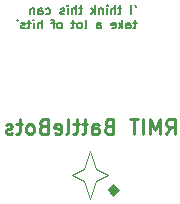
<source format=gbr>
%TF.GenerationSoftware,KiCad,Pcbnew,9.0.3*%
%TF.CreationDate,2025-08-07T15:10:49+10:00*%
%TF.ProjectId,motorMount,6d6f746f-724d-46f7-956e-742e6b696361,rev?*%
%TF.SameCoordinates,Original*%
%TF.FileFunction,Legend,Bot*%
%TF.FilePolarity,Positive*%
%FSLAX46Y46*%
G04 Gerber Fmt 4.6, Leading zero omitted, Abs format (unit mm)*
G04 Created by KiCad (PCBNEW 9.0.3) date 2025-08-07 15:10:49*
%MOMM*%
%LPD*%
G01*
G04 APERTURE LIST*
%ADD10C,0.250000*%
%ADD11C,0.100000*%
%ADD12C,0.150000*%
G04 APERTURE END LIST*
D10*
X154823622Y-101334023D02*
X155240288Y-100738785D01*
X155537907Y-101334023D02*
X155537907Y-100084023D01*
X155537907Y-100084023D02*
X155061717Y-100084023D01*
X155061717Y-100084023D02*
X154942669Y-100143547D01*
X154942669Y-100143547D02*
X154883146Y-100203071D01*
X154883146Y-100203071D02*
X154823622Y-100322119D01*
X154823622Y-100322119D02*
X154823622Y-100500690D01*
X154823622Y-100500690D02*
X154883146Y-100619738D01*
X154883146Y-100619738D02*
X154942669Y-100679261D01*
X154942669Y-100679261D02*
X155061717Y-100738785D01*
X155061717Y-100738785D02*
X155537907Y-100738785D01*
X154287907Y-101334023D02*
X154287907Y-100084023D01*
X154287907Y-100084023D02*
X153871241Y-100976880D01*
X153871241Y-100976880D02*
X153454574Y-100084023D01*
X153454574Y-100084023D02*
X153454574Y-101334023D01*
X152859336Y-101334023D02*
X152859336Y-100084023D01*
X152442670Y-100084023D02*
X151728384Y-100084023D01*
X152085527Y-101334023D02*
X152085527Y-100084023D01*
X149942670Y-100679261D02*
X149764098Y-100738785D01*
X149764098Y-100738785D02*
X149704575Y-100798309D01*
X149704575Y-100798309D02*
X149645051Y-100917357D01*
X149645051Y-100917357D02*
X149645051Y-101095928D01*
X149645051Y-101095928D02*
X149704575Y-101214976D01*
X149704575Y-101214976D02*
X149764098Y-101274500D01*
X149764098Y-101274500D02*
X149883146Y-101334023D01*
X149883146Y-101334023D02*
X150359336Y-101334023D01*
X150359336Y-101334023D02*
X150359336Y-100084023D01*
X150359336Y-100084023D02*
X149942670Y-100084023D01*
X149942670Y-100084023D02*
X149823622Y-100143547D01*
X149823622Y-100143547D02*
X149764098Y-100203071D01*
X149764098Y-100203071D02*
X149704575Y-100322119D01*
X149704575Y-100322119D02*
X149704575Y-100441166D01*
X149704575Y-100441166D02*
X149764098Y-100560214D01*
X149764098Y-100560214D02*
X149823622Y-100619738D01*
X149823622Y-100619738D02*
X149942670Y-100679261D01*
X149942670Y-100679261D02*
X150359336Y-100679261D01*
X148573622Y-101334023D02*
X148573622Y-100679261D01*
X148573622Y-100679261D02*
X148633146Y-100560214D01*
X148633146Y-100560214D02*
X148752194Y-100500690D01*
X148752194Y-100500690D02*
X148990289Y-100500690D01*
X148990289Y-100500690D02*
X149109336Y-100560214D01*
X148573622Y-101274500D02*
X148692670Y-101334023D01*
X148692670Y-101334023D02*
X148990289Y-101334023D01*
X148990289Y-101334023D02*
X149109336Y-101274500D01*
X149109336Y-101274500D02*
X149168860Y-101155452D01*
X149168860Y-101155452D02*
X149168860Y-101036404D01*
X149168860Y-101036404D02*
X149109336Y-100917357D01*
X149109336Y-100917357D02*
X148990289Y-100857833D01*
X148990289Y-100857833D02*
X148692670Y-100857833D01*
X148692670Y-100857833D02*
X148573622Y-100798309D01*
X148156956Y-100500690D02*
X147680765Y-100500690D01*
X147978384Y-100084023D02*
X147978384Y-101155452D01*
X147978384Y-101155452D02*
X147918861Y-101274500D01*
X147918861Y-101274500D02*
X147799813Y-101334023D01*
X147799813Y-101334023D02*
X147680765Y-101334023D01*
X147442670Y-100500690D02*
X146966479Y-100500690D01*
X147264098Y-100084023D02*
X147264098Y-101155452D01*
X147264098Y-101155452D02*
X147204575Y-101274500D01*
X147204575Y-101274500D02*
X147085527Y-101334023D01*
X147085527Y-101334023D02*
X146966479Y-101334023D01*
X146371241Y-101334023D02*
X146490289Y-101274500D01*
X146490289Y-101274500D02*
X146549812Y-101155452D01*
X146549812Y-101155452D02*
X146549812Y-100084023D01*
X145418860Y-101274500D02*
X145537908Y-101334023D01*
X145537908Y-101334023D02*
X145776003Y-101334023D01*
X145776003Y-101334023D02*
X145895050Y-101274500D01*
X145895050Y-101274500D02*
X145954574Y-101155452D01*
X145954574Y-101155452D02*
X145954574Y-100679261D01*
X145954574Y-100679261D02*
X145895050Y-100560214D01*
X145895050Y-100560214D02*
X145776003Y-100500690D01*
X145776003Y-100500690D02*
X145537908Y-100500690D01*
X145537908Y-100500690D02*
X145418860Y-100560214D01*
X145418860Y-100560214D02*
X145359336Y-100679261D01*
X145359336Y-100679261D02*
X145359336Y-100798309D01*
X145359336Y-100798309D02*
X145954574Y-100917357D01*
X144406955Y-100679261D02*
X144228383Y-100738785D01*
X144228383Y-100738785D02*
X144168860Y-100798309D01*
X144168860Y-100798309D02*
X144109336Y-100917357D01*
X144109336Y-100917357D02*
X144109336Y-101095928D01*
X144109336Y-101095928D02*
X144168860Y-101214976D01*
X144168860Y-101214976D02*
X144228383Y-101274500D01*
X144228383Y-101274500D02*
X144347431Y-101334023D01*
X144347431Y-101334023D02*
X144823621Y-101334023D01*
X144823621Y-101334023D02*
X144823621Y-100084023D01*
X144823621Y-100084023D02*
X144406955Y-100084023D01*
X144406955Y-100084023D02*
X144287907Y-100143547D01*
X144287907Y-100143547D02*
X144228383Y-100203071D01*
X144228383Y-100203071D02*
X144168860Y-100322119D01*
X144168860Y-100322119D02*
X144168860Y-100441166D01*
X144168860Y-100441166D02*
X144228383Y-100560214D01*
X144228383Y-100560214D02*
X144287907Y-100619738D01*
X144287907Y-100619738D02*
X144406955Y-100679261D01*
X144406955Y-100679261D02*
X144823621Y-100679261D01*
X143395050Y-101334023D02*
X143514098Y-101274500D01*
X143514098Y-101274500D02*
X143573621Y-101214976D01*
X143573621Y-101214976D02*
X143633145Y-101095928D01*
X143633145Y-101095928D02*
X143633145Y-100738785D01*
X143633145Y-100738785D02*
X143573621Y-100619738D01*
X143573621Y-100619738D02*
X143514098Y-100560214D01*
X143514098Y-100560214D02*
X143395050Y-100500690D01*
X143395050Y-100500690D02*
X143216479Y-100500690D01*
X143216479Y-100500690D02*
X143097431Y-100560214D01*
X143097431Y-100560214D02*
X143037907Y-100619738D01*
X143037907Y-100619738D02*
X142978383Y-100738785D01*
X142978383Y-100738785D02*
X142978383Y-101095928D01*
X142978383Y-101095928D02*
X143037907Y-101214976D01*
X143037907Y-101214976D02*
X143097431Y-101274500D01*
X143097431Y-101274500D02*
X143216479Y-101334023D01*
X143216479Y-101334023D02*
X143395050Y-101334023D01*
X142621241Y-100500690D02*
X142145050Y-100500690D01*
X142442669Y-100084023D02*
X142442669Y-101155452D01*
X142442669Y-101155452D02*
X142383146Y-101274500D01*
X142383146Y-101274500D02*
X142264098Y-101334023D01*
X142264098Y-101334023D02*
X142145050Y-101334023D01*
X141787907Y-101274500D02*
X141668860Y-101334023D01*
X141668860Y-101334023D02*
X141430764Y-101334023D01*
X141430764Y-101334023D02*
X141311717Y-101274500D01*
X141311717Y-101274500D02*
X141252193Y-101155452D01*
X141252193Y-101155452D02*
X141252193Y-101095928D01*
X141252193Y-101095928D02*
X141311717Y-100976880D01*
X141311717Y-100976880D02*
X141430764Y-100917357D01*
X141430764Y-100917357D02*
X141609336Y-100917357D01*
X141609336Y-100917357D02*
X141728383Y-100857833D01*
X141728383Y-100857833D02*
X141787907Y-100738785D01*
X141787907Y-100738785D02*
X141787907Y-100679261D01*
X141787907Y-100679261D02*
X141728383Y-100560214D01*
X141728383Y-100560214D02*
X141609336Y-100500690D01*
X141609336Y-100500690D02*
X141430764Y-100500690D01*
X141430764Y-100500690D02*
X141311717Y-100560214D01*
D11*
X146867605Y-104802840D02*
X147867605Y-104302840D01*
X150867605Y-106052840D02*
X150367605Y-106552840D01*
X149867605Y-106052840D01*
X150367605Y-105552840D01*
X150867605Y-106052840D01*
G36*
X150867605Y-106052840D02*
G01*
X150367605Y-106552840D01*
X149867605Y-106052840D01*
X150367605Y-105552840D01*
X150867605Y-106052840D01*
G37*
X148367605Y-106802840D02*
X147867605Y-105302840D01*
X148867605Y-104302840D02*
X149867605Y-104802840D01*
X147867605Y-105302840D02*
X146867605Y-104802840D01*
X147867605Y-104302840D02*
X148367605Y-102802840D01*
X149867605Y-104802840D02*
X148867605Y-105302840D01*
X148367605Y-102802840D02*
X148867605Y-104302840D01*
X148867605Y-105302840D02*
X148367605Y-106802840D01*
D12*
X152187030Y-90442956D02*
X152258458Y-90585813D01*
X151865601Y-91192956D02*
X151865601Y-90442956D01*
X151044172Y-90692956D02*
X150758458Y-90692956D01*
X150937029Y-90442956D02*
X150937029Y-91085813D01*
X150937029Y-91085813D02*
X150901315Y-91157242D01*
X150901315Y-91157242D02*
X150829886Y-91192956D01*
X150829886Y-91192956D02*
X150758458Y-91192956D01*
X150508458Y-91192956D02*
X150508458Y-90442956D01*
X150187030Y-91192956D02*
X150187030Y-90800099D01*
X150187030Y-90800099D02*
X150222744Y-90728670D01*
X150222744Y-90728670D02*
X150294172Y-90692956D01*
X150294172Y-90692956D02*
X150401315Y-90692956D01*
X150401315Y-90692956D02*
X150472744Y-90728670D01*
X150472744Y-90728670D02*
X150508458Y-90764384D01*
X149829887Y-91192956D02*
X149829887Y-90692956D01*
X149829887Y-90442956D02*
X149865601Y-90478670D01*
X149865601Y-90478670D02*
X149829887Y-90514384D01*
X149829887Y-90514384D02*
X149794173Y-90478670D01*
X149794173Y-90478670D02*
X149829887Y-90442956D01*
X149829887Y-90442956D02*
X149829887Y-90514384D01*
X149472744Y-90692956D02*
X149472744Y-91192956D01*
X149472744Y-90764384D02*
X149437030Y-90728670D01*
X149437030Y-90728670D02*
X149365601Y-90692956D01*
X149365601Y-90692956D02*
X149258458Y-90692956D01*
X149258458Y-90692956D02*
X149187030Y-90728670D01*
X149187030Y-90728670D02*
X149151316Y-90800099D01*
X149151316Y-90800099D02*
X149151316Y-91192956D01*
X148794173Y-91192956D02*
X148794173Y-90442956D01*
X148722745Y-90907242D02*
X148508459Y-91192956D01*
X148508459Y-90692956D02*
X148794173Y-90978670D01*
X147722744Y-90692956D02*
X147437030Y-90692956D01*
X147615601Y-90442956D02*
X147615601Y-91085813D01*
X147615601Y-91085813D02*
X147579887Y-91157242D01*
X147579887Y-91157242D02*
X147508458Y-91192956D01*
X147508458Y-91192956D02*
X147437030Y-91192956D01*
X147187030Y-91192956D02*
X147187030Y-90442956D01*
X146865602Y-91192956D02*
X146865602Y-90800099D01*
X146865602Y-90800099D02*
X146901316Y-90728670D01*
X146901316Y-90728670D02*
X146972744Y-90692956D01*
X146972744Y-90692956D02*
X147079887Y-90692956D01*
X147079887Y-90692956D02*
X147151316Y-90728670D01*
X147151316Y-90728670D02*
X147187030Y-90764384D01*
X146508459Y-91192956D02*
X146508459Y-90692956D01*
X146508459Y-90442956D02*
X146544173Y-90478670D01*
X146544173Y-90478670D02*
X146508459Y-90514384D01*
X146508459Y-90514384D02*
X146472745Y-90478670D01*
X146472745Y-90478670D02*
X146508459Y-90442956D01*
X146508459Y-90442956D02*
X146508459Y-90514384D01*
X146187030Y-91157242D02*
X146115602Y-91192956D01*
X146115602Y-91192956D02*
X145972745Y-91192956D01*
X145972745Y-91192956D02*
X145901316Y-91157242D01*
X145901316Y-91157242D02*
X145865602Y-91085813D01*
X145865602Y-91085813D02*
X145865602Y-91050099D01*
X145865602Y-91050099D02*
X145901316Y-90978670D01*
X145901316Y-90978670D02*
X145972745Y-90942956D01*
X145972745Y-90942956D02*
X146079888Y-90942956D01*
X146079888Y-90942956D02*
X146151316Y-90907242D01*
X146151316Y-90907242D02*
X146187030Y-90835813D01*
X146187030Y-90835813D02*
X146187030Y-90800099D01*
X146187030Y-90800099D02*
X146151316Y-90728670D01*
X146151316Y-90728670D02*
X146079888Y-90692956D01*
X146079888Y-90692956D02*
X145972745Y-90692956D01*
X145972745Y-90692956D02*
X145901316Y-90728670D01*
X144651316Y-91157242D02*
X144722744Y-91192956D01*
X144722744Y-91192956D02*
X144865601Y-91192956D01*
X144865601Y-91192956D02*
X144937030Y-91157242D01*
X144937030Y-91157242D02*
X144972744Y-91121527D01*
X144972744Y-91121527D02*
X145008458Y-91050099D01*
X145008458Y-91050099D02*
X145008458Y-90835813D01*
X145008458Y-90835813D02*
X144972744Y-90764384D01*
X144972744Y-90764384D02*
X144937030Y-90728670D01*
X144937030Y-90728670D02*
X144865601Y-90692956D01*
X144865601Y-90692956D02*
X144722744Y-90692956D01*
X144722744Y-90692956D02*
X144651316Y-90728670D01*
X144008459Y-91192956D02*
X144008459Y-90800099D01*
X144008459Y-90800099D02*
X144044173Y-90728670D01*
X144044173Y-90728670D02*
X144115601Y-90692956D01*
X144115601Y-90692956D02*
X144258459Y-90692956D01*
X144258459Y-90692956D02*
X144329887Y-90728670D01*
X144008459Y-91157242D02*
X144079887Y-91192956D01*
X144079887Y-91192956D02*
X144258459Y-91192956D01*
X144258459Y-91192956D02*
X144329887Y-91157242D01*
X144329887Y-91157242D02*
X144365601Y-91085813D01*
X144365601Y-91085813D02*
X144365601Y-91014384D01*
X144365601Y-91014384D02*
X144329887Y-90942956D01*
X144329887Y-90942956D02*
X144258459Y-90907242D01*
X144258459Y-90907242D02*
X144079887Y-90907242D01*
X144079887Y-90907242D02*
X144008459Y-90871527D01*
X143651316Y-90692956D02*
X143651316Y-91192956D01*
X143651316Y-90764384D02*
X143615602Y-90728670D01*
X143615602Y-90728670D02*
X143544173Y-90692956D01*
X143544173Y-90692956D02*
X143437030Y-90692956D01*
X143437030Y-90692956D02*
X143365602Y-90728670D01*
X143365602Y-90728670D02*
X143329888Y-90800099D01*
X143329888Y-90800099D02*
X143329888Y-91192956D01*
X152329887Y-91900414D02*
X152044173Y-91900414D01*
X152222744Y-91650414D02*
X152222744Y-92293271D01*
X152222744Y-92293271D02*
X152187030Y-92364700D01*
X152187030Y-92364700D02*
X152115601Y-92400414D01*
X152115601Y-92400414D02*
X152044173Y-92400414D01*
X151472745Y-92400414D02*
X151472745Y-92007557D01*
X151472745Y-92007557D02*
X151508459Y-91936128D01*
X151508459Y-91936128D02*
X151579887Y-91900414D01*
X151579887Y-91900414D02*
X151722745Y-91900414D01*
X151722745Y-91900414D02*
X151794173Y-91936128D01*
X151472745Y-92364700D02*
X151544173Y-92400414D01*
X151544173Y-92400414D02*
X151722745Y-92400414D01*
X151722745Y-92400414D02*
X151794173Y-92364700D01*
X151794173Y-92364700D02*
X151829887Y-92293271D01*
X151829887Y-92293271D02*
X151829887Y-92221842D01*
X151829887Y-92221842D02*
X151794173Y-92150414D01*
X151794173Y-92150414D02*
X151722745Y-92114700D01*
X151722745Y-92114700D02*
X151544173Y-92114700D01*
X151544173Y-92114700D02*
X151472745Y-92078985D01*
X151115602Y-92400414D02*
X151115602Y-91650414D01*
X151044174Y-92114700D02*
X150829888Y-92400414D01*
X150829888Y-91900414D02*
X151115602Y-92186128D01*
X150222745Y-92364700D02*
X150294173Y-92400414D01*
X150294173Y-92400414D02*
X150437031Y-92400414D01*
X150437031Y-92400414D02*
X150508459Y-92364700D01*
X150508459Y-92364700D02*
X150544173Y-92293271D01*
X150544173Y-92293271D02*
X150544173Y-92007557D01*
X150544173Y-92007557D02*
X150508459Y-91936128D01*
X150508459Y-91936128D02*
X150437031Y-91900414D01*
X150437031Y-91900414D02*
X150294173Y-91900414D01*
X150294173Y-91900414D02*
X150222745Y-91936128D01*
X150222745Y-91936128D02*
X150187031Y-92007557D01*
X150187031Y-92007557D02*
X150187031Y-92078985D01*
X150187031Y-92078985D02*
X150544173Y-92150414D01*
X148972745Y-92400414D02*
X148972745Y-92007557D01*
X148972745Y-92007557D02*
X149008459Y-91936128D01*
X149008459Y-91936128D02*
X149079887Y-91900414D01*
X149079887Y-91900414D02*
X149222745Y-91900414D01*
X149222745Y-91900414D02*
X149294173Y-91936128D01*
X148972745Y-92364700D02*
X149044173Y-92400414D01*
X149044173Y-92400414D02*
X149222745Y-92400414D01*
X149222745Y-92400414D02*
X149294173Y-92364700D01*
X149294173Y-92364700D02*
X149329887Y-92293271D01*
X149329887Y-92293271D02*
X149329887Y-92221842D01*
X149329887Y-92221842D02*
X149294173Y-92150414D01*
X149294173Y-92150414D02*
X149222745Y-92114700D01*
X149222745Y-92114700D02*
X149044173Y-92114700D01*
X149044173Y-92114700D02*
X148972745Y-92078985D01*
X147937030Y-92400414D02*
X148008459Y-92364700D01*
X148008459Y-92364700D02*
X148044173Y-92293271D01*
X148044173Y-92293271D02*
X148044173Y-91650414D01*
X147544173Y-92400414D02*
X147615602Y-92364700D01*
X147615602Y-92364700D02*
X147651316Y-92328985D01*
X147651316Y-92328985D02*
X147687030Y-92257557D01*
X147687030Y-92257557D02*
X147687030Y-92043271D01*
X147687030Y-92043271D02*
X147651316Y-91971842D01*
X147651316Y-91971842D02*
X147615602Y-91936128D01*
X147615602Y-91936128D02*
X147544173Y-91900414D01*
X147544173Y-91900414D02*
X147437030Y-91900414D01*
X147437030Y-91900414D02*
X147365602Y-91936128D01*
X147365602Y-91936128D02*
X147329888Y-91971842D01*
X147329888Y-91971842D02*
X147294173Y-92043271D01*
X147294173Y-92043271D02*
X147294173Y-92257557D01*
X147294173Y-92257557D02*
X147329888Y-92328985D01*
X147329888Y-92328985D02*
X147365602Y-92364700D01*
X147365602Y-92364700D02*
X147437030Y-92400414D01*
X147437030Y-92400414D02*
X147544173Y-92400414D01*
X147079888Y-91900414D02*
X146794174Y-91900414D01*
X146972745Y-91650414D02*
X146972745Y-92293271D01*
X146972745Y-92293271D02*
X146937031Y-92364700D01*
X146937031Y-92364700D02*
X146865602Y-92400414D01*
X146865602Y-92400414D02*
X146794174Y-92400414D01*
X145865602Y-92400414D02*
X145937031Y-92364700D01*
X145937031Y-92364700D02*
X145972745Y-92328985D01*
X145972745Y-92328985D02*
X146008459Y-92257557D01*
X146008459Y-92257557D02*
X146008459Y-92043271D01*
X146008459Y-92043271D02*
X145972745Y-91971842D01*
X145972745Y-91971842D02*
X145937031Y-91936128D01*
X145937031Y-91936128D02*
X145865602Y-91900414D01*
X145865602Y-91900414D02*
X145758459Y-91900414D01*
X145758459Y-91900414D02*
X145687031Y-91936128D01*
X145687031Y-91936128D02*
X145651317Y-91971842D01*
X145651317Y-91971842D02*
X145615602Y-92043271D01*
X145615602Y-92043271D02*
X145615602Y-92257557D01*
X145615602Y-92257557D02*
X145651317Y-92328985D01*
X145651317Y-92328985D02*
X145687031Y-92364700D01*
X145687031Y-92364700D02*
X145758459Y-92400414D01*
X145758459Y-92400414D02*
X145865602Y-92400414D01*
X145401317Y-91900414D02*
X145115603Y-91900414D01*
X145294174Y-92400414D02*
X145294174Y-91757557D01*
X145294174Y-91757557D02*
X145258460Y-91686128D01*
X145258460Y-91686128D02*
X145187031Y-91650414D01*
X145187031Y-91650414D02*
X145115603Y-91650414D01*
X144294174Y-92400414D02*
X144294174Y-91650414D01*
X143972746Y-92400414D02*
X143972746Y-92007557D01*
X143972746Y-92007557D02*
X144008460Y-91936128D01*
X144008460Y-91936128D02*
X144079888Y-91900414D01*
X144079888Y-91900414D02*
X144187031Y-91900414D01*
X144187031Y-91900414D02*
X144258460Y-91936128D01*
X144258460Y-91936128D02*
X144294174Y-91971842D01*
X143615603Y-92400414D02*
X143615603Y-91900414D01*
X143615603Y-91650414D02*
X143651317Y-91686128D01*
X143651317Y-91686128D02*
X143615603Y-91721842D01*
X143615603Y-91721842D02*
X143579889Y-91686128D01*
X143579889Y-91686128D02*
X143615603Y-91650414D01*
X143615603Y-91650414D02*
X143615603Y-91721842D01*
X143365603Y-91900414D02*
X143079889Y-91900414D01*
X143258460Y-91650414D02*
X143258460Y-92293271D01*
X143258460Y-92293271D02*
X143222746Y-92364700D01*
X143222746Y-92364700D02*
X143151317Y-92400414D01*
X143151317Y-92400414D02*
X143079889Y-92400414D01*
X142865603Y-92364700D02*
X142794175Y-92400414D01*
X142794175Y-92400414D02*
X142651318Y-92400414D01*
X142651318Y-92400414D02*
X142579889Y-92364700D01*
X142579889Y-92364700D02*
X142544175Y-92293271D01*
X142544175Y-92293271D02*
X142544175Y-92257557D01*
X142544175Y-92257557D02*
X142579889Y-92186128D01*
X142579889Y-92186128D02*
X142651318Y-92150414D01*
X142651318Y-92150414D02*
X142758461Y-92150414D01*
X142758461Y-92150414D02*
X142829889Y-92114700D01*
X142829889Y-92114700D02*
X142865603Y-92043271D01*
X142865603Y-92043271D02*
X142865603Y-92007557D01*
X142865603Y-92007557D02*
X142829889Y-91936128D01*
X142829889Y-91936128D02*
X142758461Y-91900414D01*
X142758461Y-91900414D02*
X142651318Y-91900414D01*
X142651318Y-91900414D02*
X142579889Y-91936128D01*
X142187032Y-91650414D02*
X142258460Y-91793271D01*
M02*

</source>
